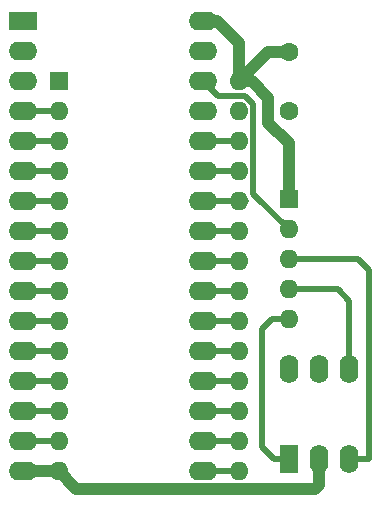
<source format=gtl>
%TF.GenerationSoftware,KiCad,Pcbnew,(6.0.1)*%
%TF.CreationDate,2022-01-31T15:08:42+08:00*%
%TF.ProjectId,BeeMultiROM,4265654d-756c-4746-9952-4f4d2e6b6963,rev?*%
%TF.SameCoordinates,Original*%
%TF.FileFunction,Copper,L1,Top*%
%TF.FilePolarity,Positive*%
%FSLAX46Y46*%
G04 Gerber Fmt 4.6, Leading zero omitted, Abs format (unit mm)*
G04 Created by KiCad (PCBNEW (6.0.1)) date 2022-01-31 15:08:42*
%MOMM*%
%LPD*%
G01*
G04 APERTURE LIST*
%TA.AperFunction,ComponentPad*%
%ADD10C,1.600000*%
%TD*%
%TA.AperFunction,ComponentPad*%
%ADD11O,2.400000X1.600000*%
%TD*%
%TA.AperFunction,ComponentPad*%
%ADD12R,2.400000X1.600000*%
%TD*%
%TA.AperFunction,ComponentPad*%
%ADD13O,1.600000X1.600000*%
%TD*%
%TA.AperFunction,ComponentPad*%
%ADD14R,1.600000X1.600000*%
%TD*%
%TA.AperFunction,ComponentPad*%
%ADD15R,1.600000X2.400000*%
%TD*%
%TA.AperFunction,ComponentPad*%
%ADD16O,1.600000X2.400000*%
%TD*%
%TA.AperFunction,Conductor*%
%ADD17C,0.500000*%
%TD*%
%TA.AperFunction,Conductor*%
%ADD18C,1.000000*%
%TD*%
G04 APERTURE END LIST*
D10*
X161500000Y-35250000D03*
X161500000Y-30250000D03*
D11*
X154240000Y-27650000D03*
X139000000Y-65750000D03*
X154240000Y-30190000D03*
X139000000Y-63210000D03*
X154240000Y-32730000D03*
X139000000Y-60670000D03*
X154240000Y-35270000D03*
X139000000Y-58130000D03*
X154240000Y-37810000D03*
X139000000Y-55590000D03*
X154240000Y-40350000D03*
X139000000Y-53050000D03*
X154240000Y-42890000D03*
X139000000Y-50510000D03*
X154240000Y-45430000D03*
X139000000Y-47970000D03*
X154240000Y-47970000D03*
X139000000Y-45430000D03*
X154240000Y-50510000D03*
X139000000Y-42890000D03*
X154240000Y-53050000D03*
X139000000Y-40350000D03*
X154240000Y-55590000D03*
X139000000Y-37810000D03*
X154240000Y-58130000D03*
X139000000Y-35270000D03*
X154240000Y-60670000D03*
X139000000Y-32730000D03*
X154240000Y-63210000D03*
X139000000Y-30190000D03*
X154240000Y-65750000D03*
D12*
X139000000Y-27650000D03*
D13*
X157240000Y-32750000D03*
X142000000Y-65770000D03*
X157240000Y-35290000D03*
X142000000Y-63230000D03*
X157240000Y-37830000D03*
X142000000Y-60690000D03*
X157240000Y-40370000D03*
X142000000Y-58150000D03*
X157240000Y-42910000D03*
X142000000Y-55610000D03*
X157240000Y-45450000D03*
X142000000Y-53070000D03*
X157240000Y-47990000D03*
X142000000Y-50530000D03*
X157240000Y-50530000D03*
X142000000Y-47990000D03*
X157240000Y-53070000D03*
X142000000Y-45450000D03*
X157240000Y-55610000D03*
X142000000Y-42910000D03*
X157240000Y-58150000D03*
X142000000Y-40370000D03*
X157240000Y-60690000D03*
X142000000Y-37830000D03*
X157240000Y-63230000D03*
X142000000Y-35290000D03*
X157240000Y-65770000D03*
D14*
X142000000Y-32750000D03*
D15*
X161500000Y-64750000D03*
D16*
X166580000Y-57130000D03*
X164040000Y-64750000D03*
X164040000Y-57130000D03*
X166580000Y-64750000D03*
X161500000Y-57130000D03*
D13*
X161500000Y-52910000D03*
X161500000Y-50370000D03*
X161500000Y-47830000D03*
X161500000Y-45290000D03*
D14*
X161500000Y-42750000D03*
D17*
X161500000Y-64750000D02*
X160250000Y-64750000D01*
X160250000Y-64750000D02*
X159250000Y-63750000D01*
X159250000Y-63750000D02*
X159250000Y-53750000D01*
X160090000Y-52910000D02*
X161500000Y-52910000D01*
X159250000Y-53750000D02*
X160090000Y-52910000D01*
X166580000Y-57130000D02*
X166580000Y-51330000D01*
X165620000Y-50370000D02*
X161500000Y-50370000D01*
X166580000Y-51330000D02*
X165620000Y-50370000D01*
X167330000Y-47830000D02*
X161500000Y-47830000D01*
X166580000Y-64750000D02*
X168250000Y-64750000D01*
X168250000Y-48750000D02*
X167330000Y-47830000D01*
X168250000Y-64750000D02*
X168250000Y-48750000D01*
X161500000Y-57130000D02*
X161380000Y-57130000D01*
X155510001Y-34000001D02*
X154240000Y-32730000D01*
X157800003Y-34000001D02*
X155510001Y-34000001D01*
X158490001Y-34689999D02*
X157800003Y-34000001D01*
X158490001Y-42280001D02*
X158490001Y-34689999D01*
X161500000Y-45290000D02*
X158490001Y-42280001D01*
D18*
X154240000Y-27650000D02*
X155400000Y-27650000D01*
X157240000Y-29490000D02*
X157240000Y-32750000D01*
X155400000Y-27650000D02*
X157240000Y-29490000D01*
X161500000Y-38000000D02*
X159750000Y-36250000D01*
X161500000Y-42750000D02*
X161500000Y-38000000D01*
X158371370Y-32750000D02*
X157240000Y-32750000D01*
X159750000Y-34128630D02*
X158371370Y-32750000D01*
X159750000Y-36250000D02*
X159750000Y-34128630D01*
X159740000Y-30250000D02*
X157240000Y-32750000D01*
X161500000Y-30250000D02*
X159740000Y-30250000D01*
X141980000Y-65750000D02*
X142000000Y-65770000D01*
X139000000Y-65750000D02*
X141980000Y-65750000D01*
X163719999Y-67270001D02*
X164040000Y-66950000D01*
X164040000Y-66950000D02*
X164040000Y-64750000D01*
X143500001Y-67270001D02*
X163719999Y-67270001D01*
X142000000Y-65770000D02*
X143500001Y-67270001D01*
D17*
X141980000Y-63210000D02*
X142000000Y-63230000D01*
X139000000Y-63210000D02*
X141980000Y-63210000D01*
X157220000Y-37810000D02*
X157240000Y-37830000D01*
X154240000Y-37810000D02*
X157220000Y-37810000D01*
X141980000Y-60670000D02*
X142000000Y-60690000D01*
X139000000Y-60670000D02*
X141980000Y-60670000D01*
X157220000Y-40350000D02*
X157240000Y-40370000D01*
X154240000Y-40350000D02*
X157220000Y-40350000D01*
X141980000Y-58130000D02*
X142000000Y-58150000D01*
X139000000Y-58130000D02*
X141980000Y-58130000D01*
X154240000Y-42890000D02*
X157860000Y-42890000D01*
X157840000Y-42910000D02*
X157240000Y-42910000D01*
X157860000Y-42890000D02*
X157840000Y-42910000D01*
X141980000Y-55590000D02*
X142000000Y-55610000D01*
X139000000Y-55590000D02*
X141980000Y-55590000D01*
X157220000Y-45430000D02*
X157240000Y-45450000D01*
X154240000Y-45430000D02*
X157220000Y-45430000D01*
X141980000Y-53050000D02*
X142000000Y-53070000D01*
X139000000Y-53050000D02*
X141980000Y-53050000D01*
X157220000Y-47970000D02*
X157240000Y-47990000D01*
X154240000Y-47970000D02*
X157220000Y-47970000D01*
X141980000Y-50510000D02*
X142000000Y-50530000D01*
X139000000Y-50510000D02*
X141980000Y-50510000D01*
X157220000Y-50510000D02*
X157240000Y-50530000D01*
X154240000Y-50510000D02*
X157220000Y-50510000D01*
X141980000Y-47970000D02*
X142000000Y-47990000D01*
X139000000Y-47970000D02*
X141980000Y-47970000D01*
X157220000Y-53050000D02*
X157240000Y-53070000D01*
X154240000Y-53050000D02*
X157220000Y-53050000D01*
X141980000Y-45430000D02*
X142000000Y-45450000D01*
X139000000Y-45430000D02*
X141980000Y-45430000D01*
X157220000Y-55590000D02*
X157240000Y-55610000D01*
X154240000Y-55590000D02*
X157220000Y-55590000D01*
X141980000Y-42890000D02*
X142000000Y-42910000D01*
X139000000Y-42890000D02*
X141980000Y-42890000D01*
X157220000Y-58130000D02*
X157240000Y-58150000D01*
X154240000Y-58130000D02*
X157220000Y-58130000D01*
X141980000Y-40350000D02*
X142000000Y-40370000D01*
X139000000Y-40350000D02*
X141980000Y-40350000D01*
X157220000Y-60670000D02*
X157240000Y-60690000D01*
X154240000Y-60670000D02*
X157220000Y-60670000D01*
X141980000Y-37810000D02*
X142000000Y-37830000D01*
X139000000Y-37810000D02*
X141980000Y-37810000D01*
X157220000Y-63210000D02*
X157240000Y-63230000D01*
X154240000Y-63210000D02*
X157220000Y-63210000D01*
X141980000Y-35270000D02*
X142000000Y-35290000D01*
X139000000Y-35270000D02*
X141980000Y-35270000D01*
X157220000Y-65750000D02*
X157240000Y-65770000D01*
X154240000Y-65750000D02*
X157220000Y-65750000D01*
M02*

</source>
